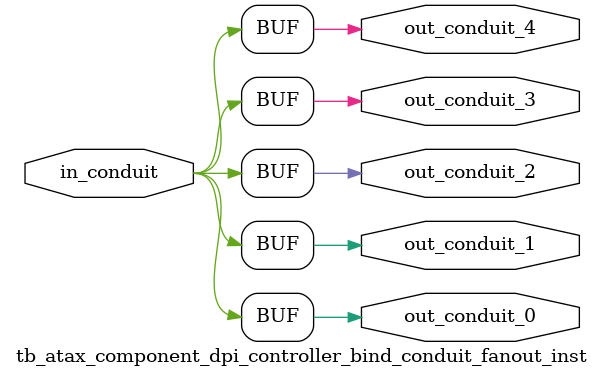
<source format=sv>


 


// --------------------------------------------------------------------------------
//| Avalon Conduit Fan-Out
// --------------------------------------------------------------------------------

// ------------------------------------------
// Generation parameters:
//   output_name:       tb_atax_component_dpi_controller_bind_conduit_fanout_inst
//   numFanOut:         5
//   
// ------------------------------------------

module tb_atax_component_dpi_controller_bind_conduit_fanout_inst (     

// Interface: out_conduit_0
 output                    out_conduit_0,
// Interface: out_conduit_1
 output                    out_conduit_1,
// Interface: out_conduit_2
 output                    out_conduit_2,
// Interface: out_conduit_3
 output                    out_conduit_3,
// Interface: out_conduit_4
 output                    out_conduit_4,

// Interface: in_conduit
 input                   in_conduit

);

   assign  out_conduit_0 = in_conduit;
   assign  out_conduit_1 = in_conduit;
   assign  out_conduit_2 = in_conduit;
   assign  out_conduit_3 = in_conduit;
   assign  out_conduit_4 = in_conduit;

endmodule //


</source>
